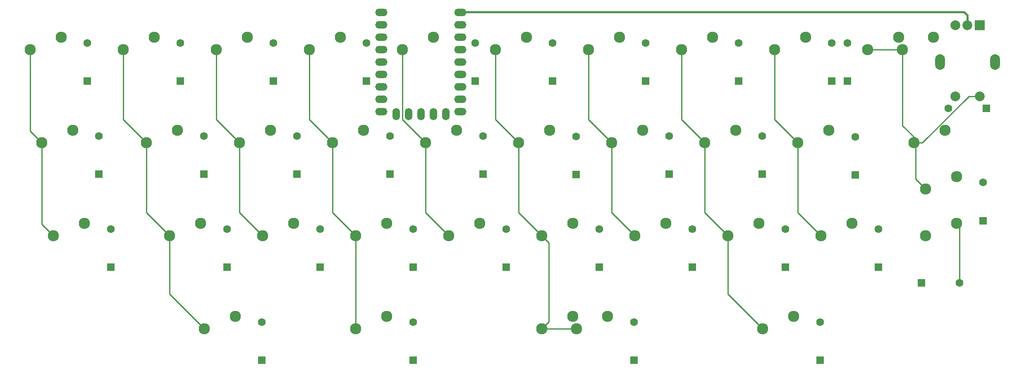
<source format=gbr>
%TF.GenerationSoftware,KiCad,Pcbnew,(7.0.0)*%
%TF.CreationDate,2023-08-24T19:00:58+02:00*%
%TF.ProjectId,QAZISOKLEWTFBBQ,51415a49-534f-44b4-9c45-575446424251,rev?*%
%TF.SameCoordinates,Original*%
%TF.FileFunction,Copper,L1,Top*%
%TF.FilePolarity,Positive*%
%FSLAX46Y46*%
G04 Gerber Fmt 4.6, Leading zero omitted, Abs format (unit mm)*
G04 Created by KiCad (PCBNEW (7.0.0)) date 2023-08-24 19:00:58*
%MOMM*%
%LPD*%
G01*
G04 APERTURE LIST*
%TA.AperFunction,ComponentPad*%
%ADD10C,2.300000*%
%TD*%
%TA.AperFunction,ComponentPad*%
%ADD11R,1.600000X1.600000*%
%TD*%
%TA.AperFunction,ComponentPad*%
%ADD12C,1.600000*%
%TD*%
%TA.AperFunction,WasherPad*%
%ADD13O,2.000000X3.200000*%
%TD*%
%TA.AperFunction,ComponentPad*%
%ADD14R,2.000000X2.000000*%
%TD*%
%TA.AperFunction,ComponentPad*%
%ADD15C,2.000000*%
%TD*%
%TA.AperFunction,ComponentPad*%
%ADD16O,2.500000X1.500000*%
%TD*%
%TA.AperFunction,ComponentPad*%
%ADD17O,1.500000X2.500000*%
%TD*%
%TA.AperFunction,Conductor*%
%ADD18C,0.250000*%
%TD*%
%TA.AperFunction,Conductor*%
%ADD19C,0.381000*%
%TD*%
G04 APERTURE END LIST*
D10*
%TO.P,MX10,1,1*%
%TO.N,COL9*%
X208121250Y-30797500D03*
%TO.P,MX10,2,2*%
%TO.N,Net-(D10-A)*%
X214471250Y-28257500D03*
%TD*%
D11*
%TO.P,D35,1,K*%
%TO.N,ROW3*%
X211999999Y-78581249D03*
D12*
%TO.P,D35,2,A*%
%TO.N,Net-(D35-A)*%
X219800000Y-78581250D03*
%TD*%
D11*
%TO.P,D12,1,K*%
%TO.N,ROW1*%
X65087499Y-56287499D03*
D12*
%TO.P,D12,2,A*%
%TO.N,Net-(D12-A)*%
X65087500Y-48487500D03*
%TD*%
D10*
%TO.P,MX18,1,1*%
%TO.N,COL7*%
X167640000Y-49847500D03*
%TO.P,MX18,2,2*%
%TO.N,Net-(D18-A)*%
X173990000Y-47307500D03*
%TD*%
D11*
%TO.P,D30,1,K*%
%TO.N,ROW3*%
X76993749Y-94387499D03*
D12*
%TO.P,D30,2,A*%
%TO.N,Net-(D30-A)*%
X76993750Y-86587500D03*
%TD*%
D11*
%TO.P,D27,1,K*%
%TO.N,ROW2*%
X165099999Y-75337499D03*
D12*
%TO.P,D27,2,A*%
%TO.N,Net-(D27-A)*%
X165100000Y-67537500D03*
%TD*%
D10*
%TO.P,MX19,1,1*%
%TO.N,COL8*%
X186690000Y-49847500D03*
%TO.P,MX19,2,2*%
%TO.N,Net-(D19-A)*%
X193040000Y-47307500D03*
%TD*%
D11*
%TO.P,D32,1,K*%
%TO.N,ROW3*%
X153193749Y-94387499D03*
D12*
%TO.P,D32,2,A*%
%TO.N,Net-(D32-A)*%
X153193750Y-86587500D03*
%TD*%
D10*
%TO.P,MX27,1,1*%
%TO.N,COL6*%
X153352500Y-68897500D03*
%TO.P,MX27,2,2*%
%TO.N,Net-(D27-A)*%
X159702500Y-66357500D03*
%TD*%
D11*
%TO.P,D16,1,K*%
%TO.N,ROW1*%
X141287499Y-56356249D03*
D12*
%TO.P,D16,2,A*%
%TO.N,Net-(D16-A)*%
X141287500Y-48556250D03*
%TD*%
D10*
%TO.P,MX23,1,1*%
%TO.N,COL2*%
X77152500Y-68897500D03*
%TO.P,MX23,2,2*%
%TO.N,Net-(D23-A)*%
X83502500Y-66357500D03*
%TD*%
D11*
%TO.P,D21,1,K*%
%TO.N,ROW2*%
X46037499Y-75337499D03*
D12*
%TO.P,D21,2,A*%
%TO.N,Net-(D21-A)*%
X46037500Y-67537500D03*
%TD*%
D13*
%TO.P,SW1,*%
%TO.N,*%
X227056249Y-33337499D03*
X215856249Y-33337499D03*
D14*
%TO.P,SW1,A,A*%
%TO.N,ROTARY_A*%
X223956249Y-25837499D03*
D15*
%TO.P,SW1,B,B*%
%TO.N,ROTARY_B*%
X218956250Y-25837500D03*
%TO.P,SW1,C,C*%
%TO.N,GND*%
X221456250Y-25837500D03*
%TO.P,SW1,S1,S1*%
%TO.N,Net-(D34-A)*%
X218956250Y-40337500D03*
%TO.P,SW1,S2,S2*%
%TO.N,COL9*%
X223956250Y-40337500D03*
%TD*%
D10*
%TO.P,MX16,1,1*%
%TO.N,COL5*%
X129540000Y-49847500D03*
%TO.P,MX16,2,2*%
%TO.N,Net-(D16-A)*%
X135890000Y-47307500D03*
%TD*%
%TO.P,MX20,1,1*%
%TO.N,COL9*%
X212883750Y-59372500D03*
%TO.P,MX20,2,2*%
%TO.N,Net-(D20-A)*%
X219233750Y-56832500D03*
%TD*%
D11*
%TO.P,D33,1,K*%
%TO.N,ROW3*%
X191293749Y-94387499D03*
D12*
%TO.P,D33,2,A*%
%TO.N,Net-(D33-A)*%
X191293750Y-86587500D03*
%TD*%
D11*
%TO.P,D34,1,K*%
%TO.N,ROW2*%
X225356249Y-42862499D03*
D12*
%TO.P,D34,2,A*%
%TO.N,Net-(D34-A)*%
X217556250Y-42862500D03*
%TD*%
D11*
%TO.P,D28,1,K*%
%TO.N,ROW2*%
X184149999Y-75337499D03*
D12*
%TO.P,D28,2,A*%
%TO.N,Net-(D28-A)*%
X184150000Y-67537500D03*
%TD*%
D10*
%TO.P,MX29,1,1*%
%TO.N,COL8*%
X191452500Y-68897500D03*
%TO.P,MX29,2,2*%
%TO.N,Net-(D29-A)*%
X197802500Y-66357500D03*
%TD*%
%TO.P,MX32,1,1*%
%TO.N,COL5*%
X141446250Y-87947500D03*
%TO.P,MX32,2,2*%
%TO.N,Net-(D32-A)*%
X147796250Y-85407500D03*
%TD*%
D11*
%TO.P,D31,1,K*%
%TO.N,ROW3*%
X107949999Y-94387499D03*
D12*
%TO.P,D31,2,A*%
%TO.N,Net-(D31-A)*%
X107950000Y-86587500D03*
%TD*%
D10*
%TO.P,MX4,1,1*%
%TO.N,COL3*%
X86677500Y-30797500D03*
%TO.P,MX4,2,2*%
%TO.N,Net-(D4-A)*%
X93027500Y-28257500D03*
%TD*%
D11*
%TO.P,D17,1,K*%
%TO.N,ROW1*%
X160337499Y-56287499D03*
D12*
%TO.P,D17,2,A*%
%TO.N,Net-(D17-A)*%
X160337500Y-48487500D03*
%TD*%
D10*
%TO.P,MX36,1,1*%
%TO.N,COL5*%
X134302500Y-87947500D03*
%TO.P,MX36,2,2*%
%TO.N,Net-(D32-A)*%
X140652500Y-85407500D03*
%TD*%
%TO.P,MX31,1,1*%
%TO.N,COL3*%
X96202500Y-87947500D03*
%TO.P,MX31,2,2*%
%TO.N,Net-(D31-A)*%
X102552500Y-85407500D03*
%TD*%
D11*
%TO.P,D6,1,K*%
%TO.N,ROW0*%
X136524999Y-37237499D03*
D12*
%TO.P,D6,2,A*%
%TO.N,Net-(D6-A)*%
X136525000Y-29437500D03*
%TD*%
D11*
%TO.P,D9,1,K*%
%TO.N,ROW0*%
X193674999Y-37237499D03*
D12*
%TO.P,D9,2,A*%
%TO.N,Net-(D9-A)*%
X193675000Y-29437500D03*
%TD*%
D11*
%TO.P,D26,1,K*%
%TO.N,ROW2*%
X146049999Y-75337499D03*
D12*
%TO.P,D26,2,A*%
%TO.N,Net-(D26-A)*%
X146050000Y-67537500D03*
%TD*%
D10*
%TO.P,MX14,1,1*%
%TO.N,COL3*%
X91440000Y-49847500D03*
%TO.P,MX14,2,2*%
%TO.N,Net-(D14-A)*%
X97790000Y-47307500D03*
%TD*%
D11*
%TO.P,D20,1,K*%
%TO.N,ROW1*%
X224631249Y-65812499D03*
D12*
%TO.P,D20,2,A*%
%TO.N,Net-(D20-A)*%
X224631250Y-58012500D03*
%TD*%
D10*
%TO.P,MX13,1,1*%
%TO.N,COL2*%
X72390000Y-49847500D03*
%TO.P,MX13,2,2*%
%TO.N,Net-(D13-A)*%
X78740000Y-47307500D03*
%TD*%
D11*
%TO.P,D23,1,K*%
%TO.N,ROW2*%
X88899999Y-75337499D03*
D12*
%TO.P,D23,2,A*%
%TO.N,Net-(D23-A)*%
X88900000Y-67537500D03*
%TD*%
D11*
%TO.P,D18,1,K*%
%TO.N,ROW1*%
X179387499Y-56287499D03*
D12*
%TO.P,D18,2,A*%
%TO.N,Net-(D18-A)*%
X179387500Y-48487500D03*
%TD*%
D10*
%TO.P,MX30,1,1*%
%TO.N,COL1*%
X65246250Y-87947500D03*
%TO.P,MX30,2,2*%
%TO.N,Net-(D30-A)*%
X71596250Y-85407500D03*
%TD*%
%TO.P,MX15,1,1*%
%TO.N,COL4*%
X110490000Y-49847500D03*
%TO.P,MX15,2,2*%
%TO.N,Net-(D15-A)*%
X116840000Y-47307500D03*
%TD*%
D11*
%TO.P,D5,1,K*%
%TO.N,ROW0*%
X120649999Y-37237499D03*
D12*
%TO.P,D5,2,A*%
%TO.N,Net-(D5-A)*%
X120650000Y-29437500D03*
%TD*%
D10*
%TO.P,MX22,1,1*%
%TO.N,COL1*%
X58102500Y-68897500D03*
%TO.P,MX22,2,2*%
%TO.N,Net-(D22-A)*%
X64452500Y-66357500D03*
%TD*%
%TO.P,MX3,1,1*%
%TO.N,COL2*%
X67627500Y-30797500D03*
%TO.P,MX3,2,2*%
%TO.N,Net-(D3-A)*%
X73977500Y-28257500D03*
%TD*%
D11*
%TO.P,D24,1,K*%
%TO.N,ROW2*%
X107949999Y-75337499D03*
D12*
%TO.P,D24,2,A*%
%TO.N,Net-(D24-A)*%
X107950000Y-67537500D03*
%TD*%
D11*
%TO.P,D4,1,K*%
%TO.N,ROW0*%
X98424999Y-37237499D03*
D12*
%TO.P,D4,2,A*%
%TO.N,Net-(D4-A)*%
X98425000Y-29437500D03*
%TD*%
D10*
%TO.P,MX12,1,1*%
%TO.N,COL1*%
X53340000Y-49847500D03*
%TO.P,MX12,2,2*%
%TO.N,Net-(D12-A)*%
X59690000Y-47307500D03*
%TD*%
D11*
%TO.P,D11,1,K*%
%TO.N,ROW1*%
X43656249Y-56287499D03*
D12*
%TO.P,D11,2,A*%
%TO.N,Net-(D11-A)*%
X43656250Y-48487500D03*
%TD*%
D10*
%TO.P,MX1,1,1*%
%TO.N,COL0*%
X29527500Y-30797500D03*
%TO.P,MX1,2,2*%
%TO.N,Net-(D1-A)*%
X35877500Y-28257500D03*
%TD*%
%TO.P,MX17,1,1*%
%TO.N,COL6*%
X148590000Y-49847500D03*
%TO.P,MX17,2,2*%
%TO.N,Net-(D17-A)*%
X154940000Y-47307500D03*
%TD*%
D11*
%TO.P,D19,1,K*%
%TO.N,ROW1*%
X198437499Y-56474999D03*
D12*
%TO.P,D19,2,A*%
%TO.N,Net-(D19-A)*%
X198437500Y-48675000D03*
%TD*%
D10*
%TO.P,MX37,1,1*%
%TO.N,COL8*%
X212883750Y-68897500D03*
%TO.P,MX37,2,2*%
%TO.N,Net-(D35-A)*%
X219233750Y-66357500D03*
%TD*%
D11*
%TO.P,D8,1,K*%
%TO.N,ROW0*%
X174624999Y-37237499D03*
D12*
%TO.P,D8,2,A*%
%TO.N,Net-(D8-A)*%
X174625000Y-29437500D03*
%TD*%
D10*
%TO.P,MX2,1,1*%
%TO.N,COL1*%
X48577500Y-30797500D03*
%TO.P,MX2,2,2*%
%TO.N,Net-(D2-A)*%
X54927500Y-28257500D03*
%TD*%
%TO.P,MX35,1,1*%
%TO.N,COL9*%
X210502500Y-49847500D03*
%TO.P,MX35,2,2*%
%TO.N,Net-(D20-A)*%
X216852500Y-47307500D03*
%TD*%
%TO.P,MX11,1,1*%
%TO.N,COL0*%
X31908750Y-49847500D03*
%TO.P,MX11,2,2*%
%TO.N,Net-(D11-A)*%
X38258750Y-47307500D03*
%TD*%
%TO.P,MX24,1,1*%
%TO.N,COL3*%
X96202500Y-68897500D03*
%TO.P,MX24,2,2*%
%TO.N,Net-(D24-A)*%
X102552500Y-66357500D03*
%TD*%
D11*
%TO.P,D29,1,K*%
%TO.N,ROW2*%
X203199999Y-75337499D03*
D12*
%TO.P,D29,2,A*%
%TO.N,Net-(D29-A)*%
X203200000Y-67537500D03*
%TD*%
D11*
%TO.P,D15,1,K*%
%TO.N,ROW1*%
X122237499Y-56287499D03*
D12*
%TO.P,D15,2,A*%
%TO.N,Net-(D15-A)*%
X122237500Y-48487500D03*
%TD*%
D10*
%TO.P,MX25,1,1*%
%TO.N,COL4*%
X115252500Y-68897500D03*
%TO.P,MX25,2,2*%
%TO.N,Net-(D25-A)*%
X121602500Y-66357500D03*
%TD*%
%TO.P,MX9,1,1*%
%TO.N,COL8*%
X181927500Y-30797500D03*
%TO.P,MX9,2,2*%
%TO.N,Net-(D9-A)*%
X188277500Y-28257500D03*
%TD*%
%TO.P,MX5,1,1*%
%TO.N,COL4*%
X105727500Y-30797500D03*
%TO.P,MX5,2,2*%
%TO.N,Net-(D5-A)*%
X112077500Y-28257500D03*
%TD*%
%TO.P,MX26,1,1*%
%TO.N,COL5*%
X134302500Y-68897500D03*
%TO.P,MX26,2,2*%
%TO.N,Net-(D26-A)*%
X140652500Y-66357500D03*
%TD*%
%TO.P,MX7,1,1*%
%TO.N,COL6*%
X143827500Y-30797500D03*
%TO.P,MX7,2,2*%
%TO.N,Net-(D7-A)*%
X150177500Y-28257500D03*
%TD*%
D11*
%TO.P,D25,1,K*%
%TO.N,ROW2*%
X126999999Y-75337499D03*
D12*
%TO.P,D25,2,A*%
%TO.N,Net-(D25-A)*%
X127000000Y-67537500D03*
%TD*%
D10*
%TO.P,MX33,1,1*%
%TO.N,COL7*%
X179546250Y-87947500D03*
%TO.P,MX33,2,2*%
%TO.N,Net-(D33-A)*%
X185896250Y-85407500D03*
%TD*%
D11*
%TO.P,D22,1,K*%
%TO.N,ROW2*%
X69849999Y-75337499D03*
D12*
%TO.P,D22,2,A*%
%TO.N,Net-(D22-A)*%
X69850000Y-67537500D03*
%TD*%
D10*
%TO.P,MX28,1,1*%
%TO.N,COL7*%
X172402500Y-68897500D03*
%TO.P,MX28,2,2*%
%TO.N,Net-(D28-A)*%
X178752500Y-66357500D03*
%TD*%
D11*
%TO.P,D14,1,K*%
%TO.N,ROW1*%
X103187499Y-56287499D03*
D12*
%TO.P,D14,2,A*%
%TO.N,Net-(D14-A)*%
X103187500Y-48487500D03*
%TD*%
D10*
%TO.P,MX21,1,1*%
%TO.N,COL0*%
X34290000Y-68897500D03*
%TO.P,MX21,2,2*%
%TO.N,Net-(D21-A)*%
X40640000Y-66357500D03*
%TD*%
D11*
%TO.P,D2,1,K*%
%TO.N,ROW0*%
X60324999Y-37237499D03*
D12*
%TO.P,D2,2,A*%
%TO.N,Net-(D2-A)*%
X60325000Y-29437500D03*
%TD*%
D10*
%TO.P,MX34,1,1*%
%TO.N,COL9*%
X200977500Y-30797500D03*
%TO.P,MX34,2,2*%
%TO.N,Net-(D10-A)*%
X207327500Y-28257500D03*
%TD*%
%TO.P,MX8,1,1*%
%TO.N,COL7*%
X162877500Y-30797500D03*
%TO.P,MX8,2,2*%
%TO.N,Net-(D8-A)*%
X169227500Y-28257500D03*
%TD*%
D11*
%TO.P,D1,1,K*%
%TO.N,ROW0*%
X41274999Y-37237499D03*
D12*
%TO.P,D1,2,A*%
%TO.N,Net-(D1-A)*%
X41275000Y-29437500D03*
%TD*%
D11*
%TO.P,D10,1,K*%
%TO.N,ROW0*%
X196849999Y-37237499D03*
D12*
%TO.P,D10,2,A*%
%TO.N,Net-(D10-A)*%
X196850000Y-29437500D03*
%TD*%
D11*
%TO.P,D7,1,K*%
%TO.N,ROW0*%
X155574999Y-37237499D03*
D12*
%TO.P,D7,2,A*%
%TO.N,Net-(D7-A)*%
X155575000Y-29437500D03*
%TD*%
D11*
%TO.P,D3,1,K*%
%TO.N,ROW0*%
X79374999Y-37237499D03*
D12*
%TO.P,D3,2,A*%
%TO.N,Net-(D3-A)*%
X79375000Y-29437500D03*
%TD*%
D10*
%TO.P,MX6,1,1*%
%TO.N,COL5*%
X124777500Y-30797500D03*
%TO.P,MX6,2,2*%
%TO.N,Net-(D6-A)*%
X131127500Y-28257500D03*
%TD*%
D11*
%TO.P,D13,1,K*%
%TO.N,ROW1*%
X84137499Y-56287499D03*
D12*
%TO.P,D13,2,A*%
%TO.N,Net-(D13-A)*%
X84137500Y-48487500D03*
%TD*%
D16*
%TO.P,RZ1,1,GP0*%
%TO.N,ROTARY_A*%
X101417499Y-23177499D03*
%TO.P,RZ1,2,GP1*%
%TO.N,ROTARY_B*%
X101417499Y-25717499D03*
%TO.P,RZ1,3,GP2*%
%TO.N,unconnected-(RZ1-GP2-Pad3)*%
X101417499Y-28257499D03*
%TO.P,RZ1,4,GP3*%
%TO.N,unconnected-(RZ1-GP3-Pad4)*%
X101417499Y-30797499D03*
%TO.P,RZ1,5,GP4*%
%TO.N,COL8*%
X101417499Y-33337499D03*
%TO.P,RZ1,6,GP5*%
%TO.N,ROW0*%
X101417499Y-35877499D03*
%TO.P,RZ1,7,GP6*%
%TO.N,ROW3*%
X101417499Y-38417499D03*
%TO.P,RZ1,8,GP7*%
%TO.N,COL0*%
X101417499Y-40957499D03*
%TO.P,RZ1,9,GP8*%
%TO.N,COL1*%
X101417499Y-43497499D03*
D17*
%TO.P,RZ1,10,GP9*%
%TO.N,COL2*%
X104457499Y-43997499D03*
%TO.P,RZ1,11,GP10*%
%TO.N,COL3*%
X106997499Y-43997499D03*
%TO.P,RZ1,12,GP11*%
%TO.N,COL4*%
X109537499Y-43997499D03*
%TO.P,RZ1,13,GP12*%
%TO.N,COL5*%
X112077499Y-43997499D03*
%TO.P,RZ1,14,GP13*%
%TO.N,COL6*%
X114617499Y-43997499D03*
D16*
%TO.P,RZ1,15,GP14*%
%TO.N,COL7*%
X117657499Y-43497499D03*
%TO.P,RZ1,16,GP15*%
%TO.N,COL9*%
X117657499Y-40957499D03*
%TO.P,RZ1,17,GP26*%
%TO.N,ROW2*%
X117657499Y-38417499D03*
%TO.P,RZ1,18,GP27*%
%TO.N,ROW1*%
X117657499Y-35877499D03*
%TO.P,RZ1,19,GP28*%
%TO.N,unconnected-(RZ1-GP28-Pad19)*%
X117657499Y-33337499D03*
%TO.P,RZ1,20,GP29*%
%TO.N,unconnected-(RZ1-GP29-Pad20)*%
X117657499Y-30797499D03*
%TO.P,RZ1,21,3V3*%
%TO.N,+3V3*%
X117657499Y-28257499D03*
%TO.P,RZ1,22,5V*%
%TO.N,+5V*%
X117657499Y-25717499D03*
%TO.P,RZ1,23,GND*%
%TO.N,GND*%
X117657499Y-23177499D03*
%TD*%
D18*
%TO.N,COL0*%
X29527500Y-47466250D02*
X31908750Y-49847500D01*
X31908750Y-66516250D02*
X34290000Y-68897500D01*
X31908750Y-49847500D02*
X31908750Y-66516250D01*
X29527500Y-30797500D02*
X29527500Y-47466250D01*
%TO.N,COL1*%
X58102500Y-68897500D02*
X58102500Y-80803750D01*
X53340000Y-64135000D02*
X58102500Y-68897500D01*
X58102500Y-80803750D02*
X65246250Y-87947500D01*
X53340000Y-49847500D02*
X53340000Y-64135000D01*
X48577500Y-45085000D02*
X53340000Y-49847500D01*
X48577500Y-30797500D02*
X48577500Y-45085000D01*
%TO.N,COL2*%
X67627500Y-30797500D02*
X67627500Y-45085000D01*
X72390000Y-64135000D02*
X77152500Y-68897500D01*
X67627500Y-45085000D02*
X72390000Y-49847500D01*
X72390000Y-49847500D02*
X72390000Y-64135000D01*
%TO.N,COL3*%
X86677500Y-30797500D02*
X86677500Y-45085000D01*
X91440000Y-49847500D02*
X91440000Y-64135000D01*
X91440000Y-64135000D02*
X96202500Y-68897500D01*
X96202500Y-68897500D02*
X96202500Y-87947500D01*
X86677500Y-45085000D02*
X91440000Y-49847500D01*
%TO.N,COL4*%
X110490000Y-64135000D02*
X115252500Y-68897500D01*
X105727500Y-30797500D02*
X105727500Y-45085000D01*
X105727500Y-45085000D02*
X110490000Y-49847500D01*
X110490000Y-49847500D02*
X110490000Y-64135000D01*
%TO.N,COL5*%
X124777500Y-45085000D02*
X129540000Y-49847500D01*
X129540000Y-64135000D02*
X134302500Y-68897500D01*
X129540000Y-49847500D02*
X129540000Y-64135000D01*
X135743600Y-83871195D02*
X135743600Y-86506400D01*
X135743600Y-86506400D02*
X134302500Y-87947500D01*
X139819905Y-87947500D02*
X141446250Y-87947500D01*
X134302500Y-87947500D02*
X141446250Y-87947500D01*
X124777500Y-30797500D02*
X124777500Y-45085000D01*
X134302500Y-68897500D02*
X135743600Y-70338600D01*
X135743600Y-70338600D02*
X135743600Y-83871195D01*
%TO.N,COL6*%
X143827500Y-30797500D02*
X143827500Y-45085000D01*
X148590000Y-49847500D02*
X148590000Y-64135000D01*
X143827500Y-45085000D02*
X148590000Y-49847500D01*
X148590000Y-64135000D02*
X153352500Y-68897500D01*
%TO.N,COL7*%
X172402500Y-68897500D02*
X172402500Y-80803750D01*
X162877500Y-30797500D02*
X162877500Y-45085000D01*
X162877500Y-45085000D02*
X167640000Y-49847500D01*
X167640000Y-64135000D02*
X172402500Y-68897500D01*
X172402500Y-80803750D02*
X179546250Y-87947500D01*
X167640000Y-49847500D02*
X167640000Y-64135000D01*
%TO.N,COL8*%
X186690000Y-49847500D02*
X186690000Y-64135000D01*
X181927500Y-45085000D02*
X186690000Y-49847500D01*
X186690000Y-64135000D02*
X191452500Y-68897500D01*
X181927500Y-30797500D02*
X181927500Y-45085000D01*
%TO.N,COL9*%
X200977500Y-30797500D02*
X208121250Y-30797500D01*
X210807650Y-57296400D02*
X210807650Y-49847500D01*
X211943600Y-58432350D02*
X212883750Y-59372500D01*
X212883750Y-59372500D02*
X210807650Y-57296400D01*
X212226534Y-49847500D02*
X210807650Y-49847500D01*
X221736534Y-40337500D02*
X212226534Y-49847500D01*
X208121250Y-30797500D02*
X208121250Y-38554035D01*
X223956250Y-40337500D02*
X221736534Y-40337500D01*
X210807650Y-49025019D02*
X210807650Y-49847500D01*
X208121250Y-30797500D02*
X208121250Y-46338619D01*
X208121250Y-46338619D02*
X210807650Y-49025019D01*
%TO.N,Net-(D35-A)*%
X219800000Y-66923750D02*
X219800000Y-78581250D01*
X219233750Y-66357500D02*
X219800000Y-66923750D01*
D19*
%TO.N,GND*%
X220709500Y-23065750D02*
X117269250Y-23065750D01*
X117269250Y-23065750D02*
X117157500Y-23177500D01*
X221456250Y-23812500D02*
X220709500Y-23065750D01*
X221456250Y-25837500D02*
X221456250Y-23812500D01*
%TD*%
M02*

</source>
